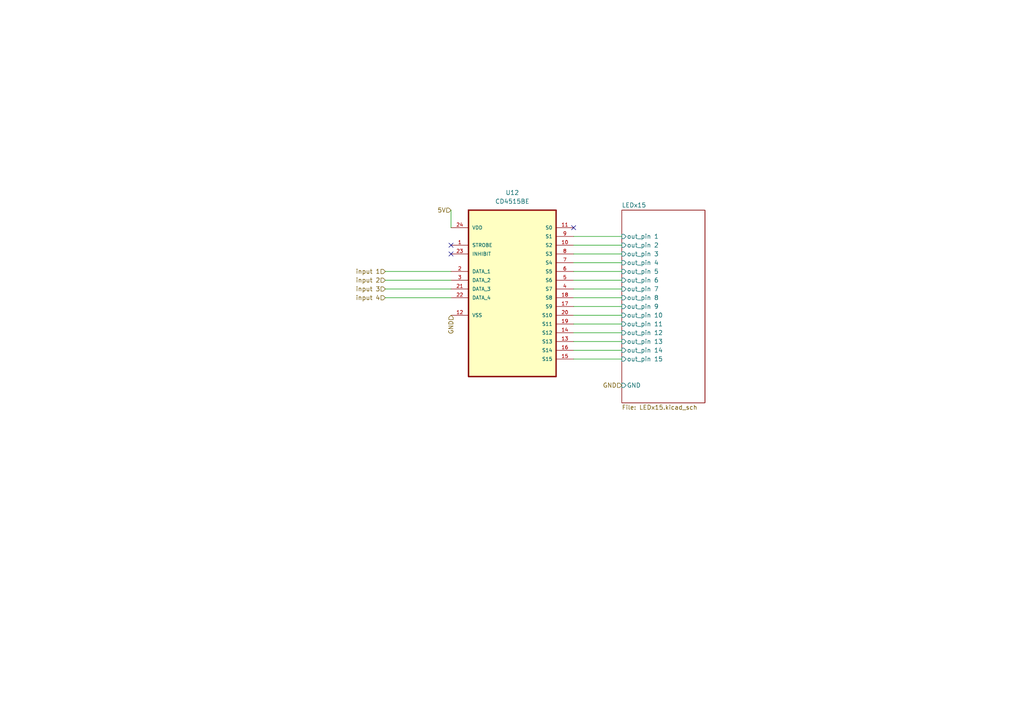
<source format=kicad_sch>
(kicad_sch (version 20230121) (generator eeschema)
  (paper "A4")
  (lib_symbols
    (symbol "CD4515BE:CD4515BE" (pin_names (offset 1.016))
      (property "Reference" "U" (at -4.8856 22.4176 0))
      (property "Value" "CD4515BE" (at -7.0123 -30.8185 0))
      (symbol "CD4515BE_0_0"
        (rectangle (start -12.7 -27.94) (end 12.7 20.32) (stroke (width 0.4064)) (fill (type background)))
        (pin input line (at -17.78 10.16 0) (length 5.08) (name "STROBE") (number "1"))
        (pin output line (at 17.78 10.16 180) (length 5.08) (name "S2") (number "10"))
        (pin output line (at 17.78 15.24 180) (length 5.08) (name "S0") (number "11"))
        (pin power_in line (at -17.78 -10.16 0) (length 5.08) (name "VSS") (number "12"))
        (pin output line (at 17.78 -17.78 180) (length 5.08) (name "S13") (number "13"))
        (pin output line (at 17.78 -15.24 180) (length 5.08) (name "S12") (number "14"))
        (pin output line (at 17.78 -22.86 180) (length 5.08) (name "S15") (number "15"))
        (pin output line (at 17.78 -20.32 180) (length 5.08) (name "S14") (number "16"))
        (pin output line (at 17.78 -7.62 180) (length 5.08) (name "S9") (number "17"))
        (pin output line (at 17.78 -5.08 180) (length 5.08) (name "S8") (number "18"))
        (pin output line (at 17.78 -12.7 180) (length 5.08) (name "S11") (number "19"))
        (pin input line (at -17.78 2.54 0) (length 5.08) (name "DATA_1") (number "2"))
        (pin output line (at 17.78 -10.16 180) (length 5.08) (name "S10") (number "20"))
        (pin input line (at -17.78 -2.54 0) (length 5.08) (name "DATA_3") (number "21"))
        (pin input line (at -17.78 -5.08 0) (length 5.08) (name "DATA_4") (number "22"))
        (pin input line (at -17.78 7.62 0) (length 5.08) (name "INHIBIT") (number "23"))
        (pin power_in line (at -17.78 15.24 0) (length 5.08) (name "VDD") (number "24"))
        (pin input line (at -17.78 0 0) (length 5.08) (name "DATA_2") (number "3"))
        (pin output line (at 17.78 -2.54 180) (length 5.08) (name "S7") (number "4"))
        (pin output line (at 17.78 0 180) (length 5.08) (name "S6") (number "5"))
        (pin output line (at 17.78 2.54 180) (length 5.08) (name "S5") (number "6"))
        (pin output line (at 17.78 5.08 180) (length 5.08) (name "S4") (number "7"))
        (pin output line (at 17.78 7.62 180) (length 5.08) (name "S3") (number "8"))
        (pin output line (at 17.78 12.7 180) (length 5.08) (name "S1") (number "9"))
      )
    )
  )
  (no_connect (at 130.81 73.66))
  (no_connect (at 130.81 71.12))
  (no_connect (at 166.37 66.04))
  (wire (pts (xy 166.37 99.06) (xy 180.34 99.06)))
  (wire (pts (xy 166.37 86.36) (xy 180.34 86.36)))
  (wire (pts (xy 166.37 83.82) (xy 180.34 83.82)))
  (wire (pts (xy 111.76 81.28) (xy 130.81 81.28)))
  (wire (pts (xy 111.76 83.82) (xy 130.81 83.82)))
  (wire (pts (xy 166.37 101.6) (xy 180.34 101.6)))
  (wire (pts (xy 130.81 66.04) (xy 130.81 60.96)))
  (wire (pts (xy 166.37 71.12) (xy 180.34 71.12)))
  (wire (pts (xy 166.37 91.44) (xy 180.34 91.44)))
  (wire (pts (xy 166.37 68.58) (xy 180.34 68.58)))
  (wire (pts (xy 166.37 104.14) (xy 180.34 104.14)))
  (wire (pts (xy 166.37 93.98) (xy 180.34 93.98)))
  (wire (pts (xy 166.37 81.28) (xy 180.34 81.28)))
  (wire (pts (xy 166.37 88.9) (xy 180.34 88.9)))
  (wire (pts (xy 111.76 86.36) (xy 130.81 86.36)))
  (wire (pts (xy 166.37 78.74) (xy 180.34 78.74)))
  (wire (pts (xy 166.37 76.2) (xy 180.34 76.2)))
  (wire (pts (xy 166.37 73.66) (xy 180.34 73.66)))
  (wire (pts (xy 111.76 78.74) (xy 130.81 78.74)))
  (wire (pts (xy 166.37 96.52) (xy 180.34 96.52)))
  (hierarchical_label "5V" (shape input) (at 130.81 60.96 180))
  (hierarchical_label "input 4" (shape input) (at 111.76 86.36 180))
  (hierarchical_label "GND" (shape input) (at 130.81 91.44 270))
  (hierarchical_label "GND" (shape input) (at 180.34 111.76 180))
  (hierarchical_label "input 3" (shape input) (at 111.76 83.82 180))
  (hierarchical_label "input 1" (shape input) (at 111.76 78.74 180))
  (hierarchical_label "input 2" (shape input) (at 111.76 81.28 180))
  (symbol (lib_id "CD4515BE:CD4515BE") (at 148.59 81.28 0) (unit 1)
    (property "Reference" "U12" (at 148.59 55.88 0))
    (property "Value" "CD4515BE" (at 148.59 58.42 0))
    (property "Footprint" "CD4515BE:DIP254P1080X508-24" (effects hide))
    (property "MF" "Texas Instruments" (effects hide))
    (property "Description" "\nDecoder/Demultiplexer 1 x 4:16 24-PDIP\n" (effects hide))
    (property "PACKAGE" "24-DIP" (effects hide))
    (property "MPN" "CD4515BE" (effects hide))
    (property "Price" "None" (effects hide))
    (property "Package" "DIP-24 Texas Instruments" (effects hide))
    (property "OC_FARNELL" "1739796" (effects hide))
    (property "SnapEDA_Link" "https://www.snapeda.com/parts/CD4515BE/Texas+Instruments/view-part/?ref=snap" (effects hide))
    (property "MP" "CD4515BE" (effects hide))
    (property "Purchase-URL" "https://www.snapeda.com/api/url_track_click_mouser/?unipart_id=681410&manufacturer=Texas Instruments&part_name=CD4515BE&search_term=cd4515be" (effects hide))
    (property "SUPPLIER" "Texas Instruments" (effects hide))
    (property "OC_NEWARK" "06F2671" (effects hide))
    (property "Availability" "In Stock" (effects hide))
    (property "Check_prices" "https://www.snapeda.com/parts/CD4515BE/Texas+Instruments/view-part/?ref=eda" (effects hide))
  )
  (sheet (at 180.34 60.96) (size 24.13 55.88) (stroke (width 0.1524))
    (property "Sheetname" "LEDx15" (at 180.34 60.2484 0) (effects (justify left bottom)))
    (property "Sheetfile" "LEDx15.kicad_sch" (at 180.34 117.4246 0) (effects (justify left top)))
    (pin "out_pin 15" input (at 180.34 104.14 180))
    (pin "out_pin 14" input (at 180.34 101.6 180))
    (pin "out_pin 12" input (at 180.34 96.52 180))
    (pin "out_pin 13" input (at 180.34 99.06 180))
    (pin "out_pin 11" input (at 180.34 93.98 180))
    (pin "out_pin 8" input (at 180.34 86.36 180))
    (pin "out_pin 7" input (at 180.34 83.82 180))
    (pin "out_pin 10" input (at 180.34 91.44 180))
    (pin "out_pin 9" input (at 180.34 88.9 180))
    (pin "out_pin 4" input (at 180.34 76.2 180))
    (pin "out_pin 5" input (at 180.34 78.74 180))
    (pin "out_pin 6" input (at 180.34 81.28 180))
    (pin "out_pin 3" input (at 180.34 73.66 180))
    (pin "out_pin 2" input (at 180.34 71.12 180))
    (pin "out_pin 1" input (at 180.34 68.58 180))
    (pin "GND" input (at 180.34 111.76 180))
  )
)
</source>
